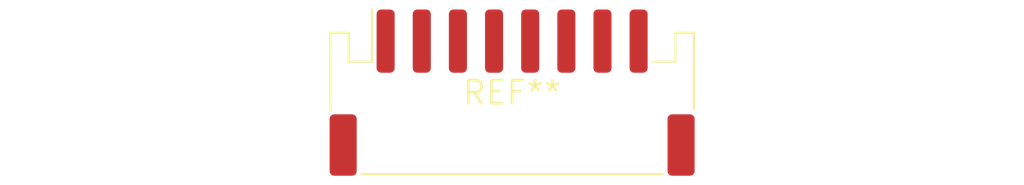
<source format=kicad_pcb>
(kicad_pcb (version 20240108) (generator pcbnew)
  (layers (0 "F.Cu" signal) (31 "B.Cu" signal) (34 "B.Paste" user) (35 "F.Paste" user) (36 "B.SilkS" user "B.Silkscreen") (37 "F.SilkS" user "F.Silkscreen") (38 "B.Mask" user) (39 "F.Mask" user) (44 "Edge.Cuts" user))
  (net 0 "")
  (footprint "JST_PH_S8B-PH-SM4-TB_1x08-1MP_P2.00mm_Horizontal" (layer "F.Cu") (at 0 0)
    (property "Reference" "REF**")
    (property "Value" "JST_PH_S8B-PH-SM4-TB_1x08-1MP_P2.00mm_Horizontal")
    (fp_line (start -10.06 -3.31) (end -9.04 -3.31) (layer "F.SilkS") (stroke (width 0.12)))
    (fp_line (start -10.06 0.94) (end -10.06 -3.31) (layer "F.SilkS") (stroke (width 0.12)))
    (fp_line (start -9.04 -3.31) (end -9.04 -1.71) (layer "F.SilkS") (stroke (width 0.12)))
    (fp_line (start -9.04 -1.71) (end -7.76 -1.71) (layer "F.SilkS") (stroke (width 0.12)))
    (fp_line (start -8.34 4.51) (end 8.34 4.51) (layer "F.SilkS") (stroke (width 0.12)))
    (fp_line (start -7.76 -1.71) (end -7.76 -4.6) (layer "F.SilkS") (stroke (width 0.12)))
    (fp_line (start 9.04 -3.31) (end 9.04 -1.71) (layer "F.SilkS") (stroke (width 0.12)))
    (fp_line (start 9.04 -1.71) (end 7.76 -1.71) (layer "F.SilkS") (stroke (width 0.12)))
    (fp_line (start 10.06 -3.31) (end 9.04 -3.31) (layer "F.SilkS") (stroke (width 0.12)))
    (fp_line (start 10.06 0.94) (end 10.06 -3.31) (layer "F.SilkS") (stroke (width 0.12)))
    (pad "1" smd roundrect (at -7 -2.85) (size 1 3.5) (layers "F.Cu" "F.Paste" "F.Mask"))
    (pad "2" smd roundrect (at -5 -2.85) (size 1 3.5) (layers "F.Cu" "F.Paste" "F.Mask"))
    (pad "3" smd roundrect (at -3 -2.85) (size 1 3.5) (layers "F.Cu" "F.Paste" "F.Mask"))
    (pad "4" smd roundrect (at -1 -2.85) (size 1 3.5) (layers "F.Cu" "F.Paste" "F.Mask"))
    (pad "5" smd roundrect (at 1 -2.85) (size 1 3.5) (layers "F.Cu" "F.Paste" "F.Mask"))
    (pad "6" smd roundrect (at 3 -2.85) (size 1 3.5) (layers "F.Cu" "F.Paste" "F.Mask"))
    (pad "7" smd roundrect (at 5 -2.85) (size 1 3.5) (layers "F.Cu" "F.Paste" "F.Mask"))
    (pad "8" smd roundrect (at 7 -2.85) (size 1 3.5) (layers "F.Cu" "F.Paste" "F.Mask"))
    (pad "MP" smd roundrect (at -9.35 2.9) (size 1.5 3.4) (layers "F.Cu" "F.Paste" "F.Mask") (roundrect_rratio 0.166667))
    (pad "MP" smd roundrect (at 9.35 2.9) (size 1.5 3.4) (layers "F.Cu" "F.Paste" "F.Mask") (roundrect_rratio 0.166667))
  )
)
</source>
